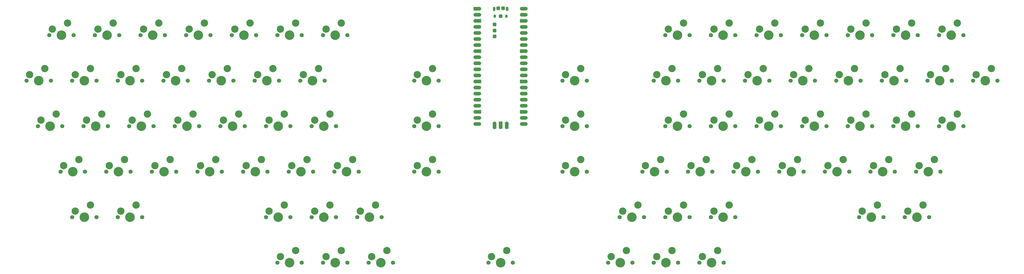
<source format=gts>
G04 #@! TF.GenerationSoftware,KiCad,Pcbnew,8.0.9*
G04 #@! TF.CreationDate,2025-09-25T17:38:48-07:00*
G04 #@! TF.ProjectId,keyboard,6b657962-6f61-4726-942e-6b696361645f,v0.0.0-alpha*
G04 #@! TF.SameCoordinates,Original*
G04 #@! TF.FileFunction,Soldermask,Top*
G04 #@! TF.FilePolarity,Negative*
%FSLAX46Y46*%
G04 Gerber Fmt 4.6, Leading zero omitted, Abs format (unit mm)*
G04 Created by KiCad (PCBNEW 8.0.9) date 2025-09-25 17:38:48*
%MOMM*%
%LPD*%
G01*
G04 APERTURE LIST*
G04 Aperture macros list*
%AMRoundRect*
0 Rectangle with rounded corners*
0 $1 Rounding radius*
0 $2 $3 $4 $5 $6 $7 $8 $9 X,Y pos of 4 corners*
0 Add a 4 corners polygon primitive as box body*
4,1,4,$2,$3,$4,$5,$6,$7,$8,$9,$2,$3,0*
0 Add four circle primitives for the rounded corners*
1,1,$1+$1,$2,$3*
1,1,$1+$1,$4,$5*
1,1,$1+$1,$6,$7*
1,1,$1+$1,$8,$9*
0 Add four rect primitives between the rounded corners*
20,1,$1+$1,$2,$3,$4,$5,0*
20,1,$1+$1,$4,$5,$6,$7,0*
20,1,$1+$1,$6,$7,$8,$9,0*
20,1,$1+$1,$8,$9,$2,$3,0*%
%AMFreePoly0*
4,1,28,0.978017,0.779942,1.147107,0.720775,1.298792,0.625465,1.425465,0.498792,1.520775,0.347107,1.579942,0.178017,1.600000,0.000000,1.579942,-0.178017,1.520775,-0.347107,1.425465,-0.498792,1.298792,-0.625465,1.147107,-0.720775,0.978017,-0.779942,0.800000,-0.800000,-1.400000,-0.800000,-1.405014,-0.794986,-1.444504,-0.794986,-1.524698,-0.756366,-1.580194,-0.686777,-1.600000,-0.600000,
-1.600000,0.600000,-1.580194,0.686777,-1.524698,0.756366,-1.444504,0.794986,-1.405014,0.794986,-1.400000,0.800000,0.800000,0.800000,0.978017,0.779942,0.978017,0.779942,$1*%
%AMFreePoly1*
4,1,28,1.405014,0.794986,1.444504,0.794986,1.524698,0.756366,1.580194,0.686777,1.600000,0.600000,1.600000,-0.600000,1.580194,-0.686777,1.524698,-0.756366,1.444504,-0.794986,1.405014,-0.794986,1.400000,-0.800000,-0.800000,-0.800000,-0.978017,-0.779942,-1.147107,-0.720775,-1.298792,-0.625465,-1.425465,-0.498792,-1.520775,-0.347107,-1.579942,-0.178017,-1.600000,0.000000,-1.579942,0.178017,
-1.520775,0.347107,-1.425465,0.498792,-1.298792,0.625465,-1.147107,0.720775,-0.978017,0.779942,-0.800000,0.800000,1.400000,0.800000,1.405014,0.794986,1.405014,0.794986,$1*%
%AMFreePoly2*
4,1,29,1.778017,0.779942,1.947107,0.720775,2.098792,0.625465,2.225465,0.498792,2.320775,0.347107,2.379942,0.178017,2.400000,0.000000,2.379942,-0.178017,2.320775,-0.347107,2.225465,-0.498792,2.098792,-0.625465,1.947107,-0.720775,1.778017,-0.779942,1.600000,-0.800000,0.000000,-0.800000,-0.600000,-0.800000,-0.605014,-0.794986,-0.644504,-0.794986,-0.724698,-0.756366,-0.780194,-0.686777,
-0.800000,-0.600000,-0.800000,0.600000,-0.780194,0.686777,-0.724698,0.756366,-0.644504,0.794986,-0.605014,0.794986,-0.600000,0.800000,1.600000,0.800000,1.778017,0.779942,1.778017,0.779942,$1*%
G04 Aperture macros list end*
%ADD10C,1.750000*%
%ADD11C,3.050000*%
%ADD12C,4.000000*%
%ADD13O,1.100000X1.800000*%
%ADD14O,1.050000X1.450000*%
%ADD15FreePoly0,0.000000*%
%ADD16RoundRect,0.800000X-0.800000X-0.000010X0.800000X-0.000010X0.800000X0.000010X-0.800000X0.000010X0*%
%ADD17FreePoly1,0.000000*%
%ADD18RoundRect,0.800000X0.000010X-0.800000X0.000010X0.800000X-0.000010X0.800000X-0.000010X-0.800000X0*%
%ADD19FreePoly2,270.000000*%
%ADD20RoundRect,0.300000X-0.450000X-0.450000X0.450000X-0.450000X0.450000X0.450000X-0.450000X0.450000X0*%
G04 APERTURE END LIST*
D10*
G04 #@! TO.C,SW27*
X416489200Y-163656700D03*
D11*
X417759200Y-161116700D03*
D12*
X421569200Y-163656700D03*
D11*
X424109200Y-158576700D03*
D10*
X426649200Y-163656700D03*
G04 #@! TD*
G04 #@! TO.C,SW37*
X197414200Y-182706700D03*
D11*
X198684200Y-180166700D03*
D12*
X202494200Y-182706700D03*
D11*
X205034200Y-177626700D03*
D10*
X207574200Y-182706700D03*
G04 #@! TD*
G04 #@! TO.C,SW63*
X468876700Y-201756700D03*
D11*
X470146700Y-199216700D03*
D12*
X473956700Y-201756700D03*
D11*
X476496700Y-196676700D03*
D10*
X479036700Y-201756700D03*
G04 #@! TD*
G04 #@! TO.C,SW50*
X149789200Y-201756700D03*
D11*
X151059200Y-199216700D03*
D12*
X154869200Y-201756700D03*
D11*
X157409200Y-196676700D03*
D10*
X159949200Y-201756700D03*
G04 #@! TD*
G04 #@! TO.C,SW71*
X383151700Y-220806700D03*
D11*
X384421700Y-218266700D03*
D12*
X388231700Y-220806700D03*
D11*
X390771700Y-215726700D03*
D10*
X393311700Y-220806700D03*
G04 #@! TD*
G04 #@! TO.C,SW39*
X259326700Y-182706700D03*
D11*
X260596700Y-180166700D03*
D12*
X264406700Y-182706700D03*
D11*
X266946700Y-177626700D03*
D10*
X269486700Y-182706700D03*
G04 #@! TD*
G04 #@! TO.C,SW56*
X321239200Y-201756700D03*
D11*
X322509200Y-199216700D03*
D12*
X326319200Y-201756700D03*
D11*
X328859200Y-196676700D03*
D10*
X331399200Y-201756700D03*
G04 #@! TD*
G04 #@! TO.C,SW45*
X440301700Y-182706700D03*
D11*
X441571700Y-180166700D03*
D12*
X445381700Y-182706700D03*
D11*
X447921700Y-177626700D03*
D10*
X450461700Y-182706700D03*
G04 #@! TD*
G04 #@! TO.C,SW6*
X202176700Y-144606700D03*
D11*
X203446700Y-142066700D03*
D12*
X207256700Y-144606700D03*
D11*
X209796700Y-139526700D03*
D10*
X212336700Y-144606700D03*
G04 #@! TD*
G04 #@! TO.C,SW70*
X364101700Y-220806700D03*
D11*
X365371700Y-218266700D03*
D12*
X369181700Y-220806700D03*
D11*
X371721700Y-215726700D03*
D10*
X374261700Y-220806700D03*
G04 #@! TD*
G04 #@! TO.C,SW72*
X445064200Y-220806700D03*
D11*
X446334200Y-218266700D03*
D12*
X450144200Y-220806700D03*
D11*
X452684200Y-215726700D03*
D10*
X455224200Y-220806700D03*
G04 #@! TD*
G04 #@! TO.C,SW40*
X321239200Y-182706700D03*
D11*
X322509200Y-180166700D03*
D12*
X326319200Y-182706700D03*
D11*
X328859200Y-177626700D03*
D10*
X331399200Y-182706700D03*
G04 #@! TD*
G04 #@! TO.C,SW65*
X135501700Y-220806700D03*
D11*
X136771700Y-218266700D03*
D12*
X140581700Y-220806700D03*
D11*
X143121700Y-215726700D03*
D10*
X145661700Y-220806700D03*
G04 #@! TD*
G04 #@! TO.C,SW1*
X106926700Y-144606700D03*
D11*
X108196700Y-142066700D03*
D12*
X112006700Y-144606700D03*
D11*
X114546700Y-139526700D03*
D10*
X117086700Y-144606700D03*
G04 #@! TD*
G04 #@! TO.C,SW64*
X116451700Y-220806700D03*
D11*
X117721700Y-218266700D03*
D12*
X121531700Y-220806700D03*
D11*
X124071700Y-215726700D03*
D10*
X126611700Y-220806700D03*
G04 #@! TD*
G04 #@! TO.C,SW21*
X211701700Y-163656700D03*
D11*
X212971700Y-161116700D03*
D12*
X216781700Y-163656700D03*
D11*
X219321700Y-158576700D03*
D10*
X221861700Y-163656700D03*
G04 #@! TD*
G04 #@! TO.C,SW68*
X235514200Y-220806700D03*
D11*
X236784200Y-218266700D03*
D12*
X240594200Y-220806700D03*
D11*
X243134200Y-215726700D03*
D10*
X245674200Y-220806700D03*
G04 #@! TD*
G04 #@! TO.C,SW75*
X221226700Y-239856700D03*
D11*
X222496700Y-237316700D03*
D12*
X226306700Y-239856700D03*
D11*
X228846700Y-234776700D03*
D10*
X231386700Y-239856700D03*
G04 #@! TD*
G04 #@! TO.C,SW13*
X459351700Y-144606700D03*
D11*
X460621700Y-142066700D03*
D12*
X464431700Y-144606700D03*
D11*
X466971700Y-139526700D03*
D10*
X469511700Y-144606700D03*
G04 #@! TD*
G04 #@! TO.C,SW38*
X216464200Y-182706700D03*
D11*
X217734200Y-180166700D03*
D12*
X221544200Y-182706700D03*
D11*
X224084200Y-177626700D03*
D10*
X226624200Y-182706700D03*
G04 #@! TD*
G04 #@! TO.C,SW29*
X454589200Y-163656700D03*
D11*
X455859200Y-161116700D03*
D12*
X459669200Y-163656700D03*
D11*
X462209200Y-158576700D03*
D10*
X464749200Y-163656700D03*
G04 #@! TD*
G04 #@! TO.C,SW22*
X259326700Y-163656700D03*
D11*
X260596700Y-161116700D03*
D12*
X264406700Y-163656700D03*
D11*
X266946700Y-158576700D03*
D10*
X269486700Y-163656700D03*
G04 #@! TD*
G04 #@! TO.C,SW53*
X206939200Y-201756700D03*
D11*
X208209200Y-199216700D03*
D12*
X212019200Y-201756700D03*
D11*
X214559200Y-196676700D03*
D10*
X217099200Y-201756700D03*
G04 #@! TD*
G04 #@! TO.C,SW57*
X354576700Y-201756700D03*
D11*
X355846700Y-199216700D03*
D12*
X359656700Y-201756700D03*
D11*
X362196700Y-196676700D03*
D10*
X364736700Y-201756700D03*
G04 #@! TD*
G04 #@! TO.C,SW61*
X430776700Y-201756700D03*
D11*
X432046700Y-199216700D03*
D12*
X435856700Y-201756700D03*
D11*
X438396700Y-196676700D03*
D10*
X440936700Y-201756700D03*
G04 #@! TD*
G04 #@! TO.C,SW74*
X202176700Y-239856700D03*
D11*
X203446700Y-237316700D03*
D12*
X207256700Y-239856700D03*
D11*
X209796700Y-234776700D03*
D10*
X212336700Y-239856700D03*
G04 #@! TD*
G04 #@! TO.C,SW60*
X411726700Y-201756700D03*
D11*
X412996700Y-199216700D03*
D12*
X416806700Y-201756700D03*
D11*
X419346700Y-196676700D03*
D10*
X421886700Y-201756700D03*
G04 #@! TD*
G04 #@! TO.C,SW32*
X102164200Y-182706700D03*
D11*
X103434200Y-180166700D03*
D12*
X107244200Y-182706700D03*
D11*
X109784200Y-177626700D03*
D10*
X112324200Y-182706700D03*
G04 #@! TD*
G04 #@! TO.C,SW42*
X383151700Y-182706700D03*
D11*
X384421700Y-180166700D03*
D12*
X388231700Y-182706700D03*
D11*
X390771700Y-177626700D03*
D10*
X393311700Y-182706700D03*
G04 #@! TD*
G04 #@! TO.C,SW49*
X130739200Y-201756700D03*
D11*
X132009200Y-199216700D03*
D12*
X135819200Y-201756700D03*
D11*
X138359200Y-196676700D03*
D10*
X140899200Y-201756700D03*
G04 #@! TD*
G04 #@! TO.C,SW52*
X187889200Y-201756700D03*
D11*
X189159200Y-199216700D03*
D12*
X192969200Y-201756700D03*
D11*
X195509200Y-196676700D03*
D10*
X198049200Y-201756700D03*
G04 #@! TD*
G04 #@! TO.C,SW66*
X197414200Y-220806700D03*
D11*
X198684200Y-218266700D03*
D12*
X202494200Y-220806700D03*
D11*
X205034200Y-215726700D03*
D10*
X207574200Y-220806700D03*
G04 #@! TD*
G04 #@! TO.C,SW18*
X154551700Y-163656700D03*
D11*
X155821700Y-161116700D03*
D12*
X159631700Y-163656700D03*
D11*
X162171700Y-158576700D03*
D10*
X164711700Y-163656700D03*
G04 #@! TD*
G04 #@! TO.C,SW59*
X392676700Y-201756700D03*
D11*
X393946700Y-199216700D03*
D12*
X397756700Y-201756700D03*
D11*
X400296700Y-196676700D03*
D10*
X402836700Y-201756700D03*
G04 #@! TD*
G04 #@! TO.C,SW16*
X116451700Y-163656700D03*
D11*
X117721700Y-161116700D03*
D12*
X121531700Y-163656700D03*
D11*
X124071700Y-158576700D03*
D10*
X126611700Y-163656700D03*
G04 #@! TD*
G04 #@! TO.C,SW31*
X492689200Y-163656700D03*
D11*
X493959200Y-161116700D03*
D12*
X497769200Y-163656700D03*
D11*
X500309200Y-158576700D03*
D10*
X502849200Y-163656700D03*
G04 #@! TD*
G04 #@! TO.C,SW11*
X421251700Y-144606700D03*
D11*
X422521700Y-142066700D03*
D12*
X426331700Y-144606700D03*
D11*
X428871700Y-139526700D03*
D10*
X431411700Y-144606700D03*
G04 #@! TD*
G04 #@! TO.C,SW8*
X364101700Y-144606700D03*
D11*
X365371700Y-142066700D03*
D12*
X369181700Y-144606700D03*
D11*
X371721700Y-139526700D03*
D10*
X374261700Y-144606700D03*
G04 #@! TD*
G04 #@! TO.C,SW4*
X164076700Y-144606700D03*
D11*
X165346700Y-142066700D03*
D12*
X169156700Y-144606700D03*
D11*
X171696700Y-139526700D03*
D10*
X174236700Y-144606700D03*
G04 #@! TD*
G04 #@! TO.C,SW17*
X135501700Y-163656700D03*
D11*
X136771700Y-161116700D03*
D12*
X140581700Y-163656700D03*
D11*
X143121700Y-158576700D03*
D10*
X145661700Y-163656700D03*
G04 #@! TD*
G04 #@! TO.C,SW41*
X364101700Y-182706700D03*
D11*
X365371700Y-180166700D03*
D12*
X369181700Y-182706700D03*
D11*
X371721700Y-177626700D03*
D10*
X374261700Y-182706700D03*
G04 #@! TD*
G04 #@! TO.C,SW10*
X402201700Y-144606700D03*
D11*
X403471700Y-142066700D03*
D12*
X407281700Y-144606700D03*
D11*
X409821700Y-139526700D03*
D10*
X412361700Y-144606700D03*
G04 #@! TD*
G04 #@! TO.C,SW69*
X345051700Y-220806700D03*
D11*
X346321700Y-218266700D03*
D12*
X350131700Y-220806700D03*
D11*
X352671700Y-215726700D03*
D10*
X355211700Y-220806700D03*
G04 #@! TD*
G04 #@! TO.C,SW76*
X240276700Y-239856700D03*
D11*
X241546700Y-237316700D03*
D12*
X245356700Y-239856700D03*
D11*
X247896700Y-234776700D03*
D10*
X250436700Y-239856700D03*
G04 #@! TD*
G04 #@! TO.C,SW15*
X97401700Y-163656700D03*
D11*
X98671700Y-161116700D03*
D12*
X102481700Y-163656700D03*
D11*
X105021700Y-158576700D03*
D10*
X107561700Y-163656700D03*
G04 #@! TD*
G04 #@! TO.C,SW43*
X402201700Y-182706700D03*
D11*
X403471700Y-180166700D03*
D12*
X407281700Y-182706700D03*
D11*
X409821700Y-177626700D03*
D10*
X412361700Y-182706700D03*
G04 #@! TD*
G04 #@! TO.C,SW25*
X378389200Y-163656700D03*
D11*
X379659200Y-161116700D03*
D12*
X383469200Y-163656700D03*
D11*
X386009200Y-158576700D03*
D10*
X388549200Y-163656700D03*
G04 #@! TD*
G04 #@! TO.C,SW78*
X340289200Y-239856700D03*
D11*
X341559200Y-237316700D03*
D12*
X345369200Y-239856700D03*
D11*
X347909200Y-234776700D03*
D10*
X350449200Y-239856700D03*
G04 #@! TD*
G04 #@! TO.C,SW28*
X435539200Y-163656700D03*
D11*
X436809200Y-161116700D03*
D12*
X440619200Y-163656700D03*
D11*
X443159200Y-158576700D03*
D10*
X445699200Y-163656700D03*
G04 #@! TD*
G04 #@! TO.C,SW77*
X290283000Y-239856700D03*
D11*
X291553000Y-237316700D03*
D12*
X295363000Y-239856700D03*
D11*
X297903000Y-234776700D03*
D10*
X300443000Y-239856700D03*
G04 #@! TD*
G04 #@! TO.C,SW14*
X478401700Y-144606700D03*
D11*
X479671700Y-142066700D03*
D12*
X483481700Y-144606700D03*
D11*
X486021700Y-139526700D03*
D10*
X488561700Y-144606700D03*
G04 #@! TD*
G04 #@! TO.C,SW54*
X225989200Y-201756700D03*
D11*
X227259200Y-199216700D03*
D12*
X231069200Y-201756700D03*
D11*
X233609200Y-196676700D03*
D10*
X236149200Y-201756700D03*
G04 #@! TD*
G04 #@! TO.C,SW26*
X397439200Y-163656700D03*
D11*
X398709200Y-161116700D03*
D12*
X402519200Y-163656700D03*
D11*
X405059200Y-158576700D03*
D10*
X407599200Y-163656700D03*
G04 #@! TD*
G04 #@! TO.C,SW80*
X378389200Y-239856700D03*
D11*
X379659200Y-237316700D03*
D12*
X383469200Y-239856700D03*
D11*
X386009200Y-234776700D03*
D10*
X388549200Y-239856700D03*
G04 #@! TD*
G04 #@! TO.C,SW47*
X478401700Y-182706700D03*
D11*
X479671700Y-180166700D03*
D12*
X483481700Y-182706700D03*
D11*
X486021700Y-177626700D03*
D10*
X488561700Y-182706700D03*
G04 #@! TD*
G04 #@! TO.C,SW24*
X359339200Y-163656700D03*
D11*
X360609200Y-161116700D03*
D12*
X364419200Y-163656700D03*
D11*
X366959200Y-158576700D03*
D10*
X369499200Y-163656700D03*
G04 #@! TD*
G04 #@! TO.C,SW46*
X459351700Y-182706700D03*
D11*
X460621700Y-180166700D03*
D12*
X464431700Y-182706700D03*
D11*
X466971700Y-177626700D03*
D10*
X469511700Y-182706700D03*
G04 #@! TD*
G04 #@! TO.C,SW3*
X145026700Y-144606700D03*
D11*
X146296700Y-142066700D03*
D12*
X150106700Y-144606700D03*
D11*
X152646700Y-139526700D03*
D10*
X155186700Y-144606700D03*
G04 #@! TD*
G04 #@! TO.C,SW58*
X373626700Y-201756700D03*
D11*
X374896700Y-199216700D03*
D12*
X378706700Y-201756700D03*
D11*
X381246700Y-196676700D03*
D10*
X383786700Y-201756700D03*
G04 #@! TD*
D13*
G04 #@! TO.C,PICO*
X292650000Y-133625000D03*
D14*
X292950000Y-136655000D03*
X297800000Y-136655000D03*
D13*
X298100000Y-133625000D03*
D15*
X285685000Y-133495000D03*
D16*
X285685000Y-136035000D03*
D17*
X285685000Y-138575000D03*
D16*
X285685000Y-141115000D03*
X285685000Y-143655000D03*
X285685000Y-146195000D03*
X285685000Y-148735000D03*
D17*
X285685000Y-151275000D03*
D16*
X285685000Y-153815000D03*
X285685000Y-156355000D03*
X285685000Y-158895000D03*
X285685000Y-161435000D03*
D17*
X285685000Y-163975000D03*
D16*
X285685000Y-166515000D03*
X285685000Y-169055000D03*
X285685000Y-171595000D03*
X285685000Y-174135000D03*
D17*
X285685000Y-176675000D03*
D16*
X285685000Y-179215000D03*
X285685000Y-181755000D03*
X305065000Y-181755000D03*
X305065000Y-179215000D03*
D15*
X305065000Y-176675000D03*
D16*
X305065000Y-174135000D03*
X305065000Y-171595000D03*
X305065000Y-169055000D03*
X305065000Y-166515000D03*
D15*
X305065000Y-163975000D03*
D16*
X305065000Y-161435000D03*
X305065000Y-158895000D03*
X305065000Y-156355000D03*
X305065000Y-153815000D03*
D15*
X305065000Y-151275000D03*
D16*
X305065000Y-148735000D03*
X305065000Y-146195000D03*
X305065000Y-143655000D03*
X305065000Y-141115000D03*
D15*
X305065000Y-138575000D03*
D16*
X305065000Y-136035000D03*
X305065000Y-133495000D03*
D18*
X292835000Y-182325000D03*
D19*
X295375000Y-181525000D03*
D18*
X297915000Y-182325000D03*
D20*
X295375000Y-136625000D03*
X296375000Y-133325000D03*
X294375000Y-133325000D03*
X292875000Y-140125000D03*
X292875000Y-142625000D03*
X292875000Y-145125000D03*
G04 #@! TD*
D10*
G04 #@! TO.C,SW51*
X168839200Y-201756700D03*
D11*
X170109200Y-199216700D03*
D12*
X173919200Y-201756700D03*
D11*
X176459200Y-196676700D03*
D10*
X178999200Y-201756700D03*
G04 #@! TD*
G04 #@! TO.C,SW36*
X178364200Y-182706700D03*
D11*
X179634200Y-180166700D03*
D12*
X183444200Y-182706700D03*
D11*
X185984200Y-177626700D03*
D10*
X188524200Y-182706700D03*
G04 #@! TD*
G04 #@! TO.C,SW30*
X473639200Y-163656700D03*
D11*
X474909200Y-161116700D03*
D12*
X478719200Y-163656700D03*
D11*
X481259200Y-158576700D03*
D10*
X483799200Y-163656700D03*
G04 #@! TD*
G04 #@! TO.C,SW34*
X140264200Y-182706700D03*
D11*
X141534200Y-180166700D03*
D12*
X145344200Y-182706700D03*
D11*
X147884200Y-177626700D03*
D10*
X150424200Y-182706700D03*
G04 #@! TD*
G04 #@! TO.C,SW79*
X359339200Y-239856700D03*
D11*
X360609200Y-237316700D03*
D12*
X364419200Y-239856700D03*
D11*
X366959200Y-234776700D03*
D10*
X369499200Y-239856700D03*
G04 #@! TD*
G04 #@! TO.C,SW67*
X216464200Y-220806700D03*
D11*
X217734200Y-218266700D03*
D12*
X221544200Y-220806700D03*
D11*
X224084200Y-215726700D03*
D10*
X226624200Y-220806700D03*
G04 #@! TD*
G04 #@! TO.C,SW7*
X221226700Y-144606700D03*
D11*
X222496700Y-142066700D03*
D12*
X226306700Y-144606700D03*
D11*
X228846700Y-139526700D03*
D10*
X231386700Y-144606700D03*
G04 #@! TD*
G04 #@! TO.C,SW12*
X440301700Y-144606700D03*
D11*
X441571700Y-142066700D03*
D12*
X445381700Y-144606700D03*
D11*
X447921700Y-139526700D03*
D10*
X450461700Y-144606700D03*
G04 #@! TD*
G04 #@! TO.C,SW73*
X464114200Y-220806700D03*
D11*
X465384200Y-218266700D03*
D12*
X469194200Y-220806700D03*
D11*
X471734200Y-215726700D03*
D10*
X474274200Y-220806700D03*
G04 #@! TD*
G04 #@! TO.C,SW2*
X125976700Y-144606700D03*
D11*
X127246700Y-142066700D03*
D12*
X131056700Y-144606700D03*
D11*
X133596700Y-139526700D03*
D10*
X136136700Y-144606700D03*
G04 #@! TD*
G04 #@! TO.C,SW33*
X121214200Y-182706700D03*
D11*
X122484200Y-180166700D03*
D12*
X126294200Y-182706700D03*
D11*
X128834200Y-177626700D03*
D10*
X131374200Y-182706700D03*
G04 #@! TD*
G04 #@! TO.C,SW23*
X321239200Y-163656700D03*
D11*
X322509200Y-161116700D03*
D12*
X326319200Y-163656700D03*
D11*
X328859200Y-158576700D03*
D10*
X331399200Y-163656700D03*
G04 #@! TD*
G04 #@! TO.C,SW20*
X192651700Y-163656700D03*
D11*
X193921700Y-161116700D03*
D12*
X197731700Y-163656700D03*
D11*
X200271700Y-158576700D03*
D10*
X202811700Y-163656700D03*
G04 #@! TD*
G04 #@! TO.C,SW44*
X421251700Y-182706700D03*
D11*
X422521700Y-180166700D03*
D12*
X426331700Y-182706700D03*
D11*
X428871700Y-177626700D03*
D10*
X431411700Y-182706700D03*
G04 #@! TD*
G04 #@! TO.C,SW55*
X259326700Y-201756700D03*
D11*
X260596700Y-199216700D03*
D12*
X264406700Y-201756700D03*
D11*
X266946700Y-196676700D03*
D10*
X269486700Y-201756700D03*
G04 #@! TD*
G04 #@! TO.C,SW9*
X383151700Y-144606700D03*
D11*
X384421700Y-142066700D03*
D12*
X388231700Y-144606700D03*
D11*
X390771700Y-139526700D03*
D10*
X393311700Y-144606700D03*
G04 #@! TD*
G04 #@! TO.C,SW48*
X111689200Y-201756700D03*
D11*
X112959200Y-199216700D03*
D12*
X116769200Y-201756700D03*
D11*
X119309200Y-196676700D03*
D10*
X121849200Y-201756700D03*
G04 #@! TD*
G04 #@! TO.C,SW19*
X173601700Y-163656700D03*
D11*
X174871700Y-161116700D03*
D12*
X178681700Y-163656700D03*
D11*
X181221700Y-158576700D03*
D10*
X183761700Y-163656700D03*
G04 #@! TD*
G04 #@! TO.C,SW35*
X159314200Y-182706700D03*
D11*
X160584200Y-180166700D03*
D12*
X164394200Y-182706700D03*
D11*
X166934200Y-177626700D03*
D10*
X169474200Y-182706700D03*
G04 #@! TD*
G04 #@! TO.C,SW5*
X183126700Y-144606700D03*
D11*
X184396700Y-142066700D03*
D12*
X188206700Y-144606700D03*
D11*
X190746700Y-139526700D03*
D10*
X193286700Y-144606700D03*
G04 #@! TD*
G04 #@! TO.C,SW62*
X449826700Y-201756700D03*
D11*
X451096700Y-199216700D03*
D12*
X454906700Y-201756700D03*
D11*
X457446700Y-196676700D03*
D10*
X459986700Y-201756700D03*
G04 #@! TD*
M02*

</source>
